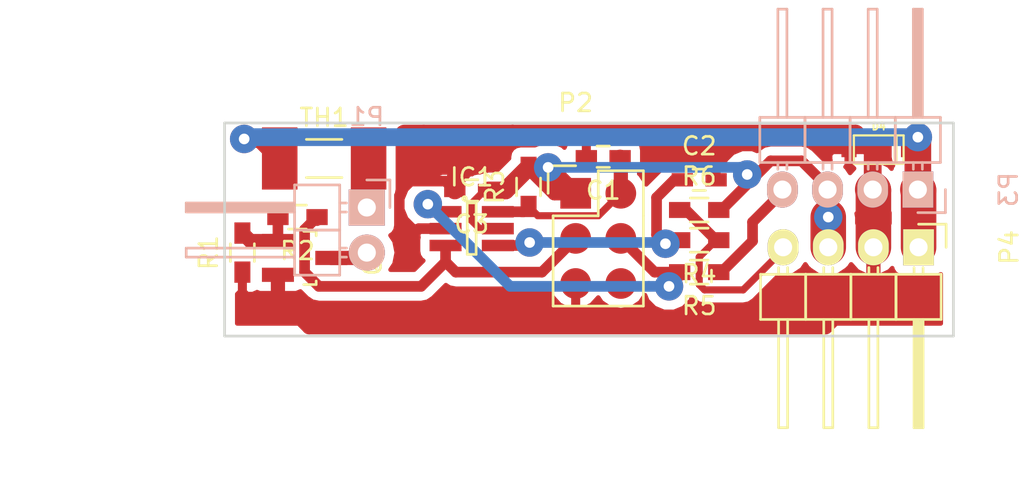
<source format=kicad_pcb>
(kicad_pcb (version 20160815) (host pcbnew 4.1.0-alpha+201608181240+7066~46~ubuntu14.04.1-product)

  (general
    (links 34)
    (no_connects 1)
    (area 87 90.874999 145.2325 121.245001)
    (thickness 1.6)
    (drawings 6)
    (tracks 125)
    (zones 0)
    (modules 17)
    (nets 13)
  )

  (page A4)
  (layers
    (0 F.Cu signal)
    (31 B.Cu signal)
    (32 B.Adhes user)
    (33 F.Adhes user)
    (34 B.Paste user)
    (35 F.Paste user)
    (36 B.SilkS user)
    (37 F.SilkS user)
    (38 B.Mask user)
    (39 F.Mask user hide)
    (40 Dwgs.User user)
    (41 Cmts.User user)
    (42 Eco1.User user)
    (43 Eco2.User user)
    (44 Edge.Cuts user)
    (45 Margin user)
    (46 B.CrtYd user)
    (47 F.CrtYd user)
    (48 B.Fab user)
    (49 F.Fab user)
  )

  (setup
    (last_trace_width 0.6)
    (user_trace_width 0.2)
    (user_trace_width 0.4)
    (user_trace_width 0.6)
    (user_trace_width 0.8)
    (user_trace_width 1)
    (user_trace_width 2)
    (trace_clearance 0.2)
    (zone_clearance 0.508)
    (zone_45_only no)
    (trace_min 0.2)
    (segment_width 0.2)
    (edge_width 0.15)
    (via_size 1.6)
    (via_drill 0.6)
    (via_min_size 0.4)
    (via_min_drill 0.3)
    (user_via 1.6 0.6)
    (uvia_size 0.3)
    (uvia_drill 0.1)
    (uvias_allowed no)
    (uvia_min_size 0.2)
    (uvia_min_drill 0.1)
    (pcb_text_width 0.3)
    (pcb_text_size 1.5 1.5)
    (mod_edge_width 0.15)
    (mod_text_size 1 1)
    (mod_text_width 0.15)
    (pad_size 1.524 1.524)
    (pad_drill 0.762)
    (pad_to_mask_clearance 0.2)
    (aux_axis_origin 0 0)
    (visible_elements FFFEFF7F)
    (pcbplotparams
      (layerselection 0x01000_7fffffff)
      (usegerberextensions false)
      (excludeedgelayer true)
      (linewidth 0.100000)
      (plotframeref false)
      (viasonmask false)
      (mode 1)
      (useauxorigin false)
      (hpglpennumber 1)
      (hpglpenspeed 20)
      (hpglpendiameter 15)
      (psnegative false)
      (psa4output false)
      (plotreference false)
      (plotvalue false)
      (plotinvisibletext false)
      (padsonsilk false)
      (subtractmaskfromsilk false)
      (outputformat 1)
      (mirror false)
      (drillshape 0)
      (scaleselection 1)
      (outputdirectory ./gerbers))
  )

  (net 0 "")
  (net 1 "Net-(C1-Pad1)")
  (net 2 GND)
  (net 3 "Net-(C2-Pad1)")
  (net 4 VCC)
  (net 5 "Net-(IC1-Pad1)")
  (net 6 "Net-(IC1-Pad3)")
  (net 7 VDD)
  (net 8 "Net-(P1-Pad2)")
  (net 9 "Net-(D3-Pad1)")
  (net 10 "Net-(D2-Pad1)")
  (net 11 "Net-(Q1-Pad1)")
  (net 12 "Net-(P1-Pad1)")

  (net_class Default "This is the default net class."
    (clearance 0.2)
    (trace_width 0.8)
    (via_dia 1.6)
    (via_drill 0.6)
    (uvia_dia 0.3)
    (uvia_drill 0.1)
    (diff_pair_gap 0.25)
    (diff_pair_width 0.2)
    (add_net GND)
    (add_net "Net-(C1-Pad1)")
    (add_net "Net-(C2-Pad1)")
    (add_net "Net-(D2-Pad1)")
    (add_net "Net-(D3-Pad1)")
    (add_net "Net-(IC1-Pad1)")
    (add_net "Net-(IC1-Pad3)")
    (add_net "Net-(P1-Pad1)")
    (add_net "Net-(P1-Pad2)")
    (add_net "Net-(Q1-Pad1)")
    (add_net VCC)
    (add_net VDD)
  )

  (module Resistors_SMD:R_1206_HandSoldering (layer F.Cu) (tedit 57B6E00C) (tstamp 57B6DF60)
    (at 105.6 100)
    (descr "Resistor SMD 1206, hand soldering")
    (tags "resistor 1206")
    (path /57B6DF76)
    (attr smd)
    (fp_text reference TH1 (at 0 -2.3) (layer F.SilkS)
      (effects (font (size 1 1) (thickness 0.15)))
    )
    (fp_text value THERMISTOR (at 0 2.3) (layer F.Fab)
      (effects (font (size 1 1) (thickness 0.15)))
    )
    (fp_line (start -3.3 -1.2) (end 3.3 -1.2) (layer F.CrtYd) (width 0.05))
    (fp_line (start -3.3 1.2) (end 3.3 1.2) (layer F.CrtYd) (width 0.05))
    (fp_line (start -3.3 -1.2) (end -3.3 1.2) (layer F.CrtYd) (width 0.05))
    (fp_line (start 3.3 -1.2) (end 3.3 1.2) (layer F.CrtYd) (width 0.05))
    (fp_line (start 1 1.075) (end -1 1.075) (layer F.SilkS) (width 0.15))
    (fp_line (start -1 -1.075) (end 1 -1.075) (layer F.SilkS) (width 0.15))
    (pad 1 smd rect (at -2.5 0) (size 2 3.5) (layers F.Cu F.Paste F.Mask)
      (net 7 VDD))
    (pad 2 smd rect (at 2.5 0) (size 2 3.5) (layers F.Cu F.Paste F.Mask)
      (net 12 "Net-(P1-Pad1)"))
    (model Resistors_SMD.3dshapes/R_1206_HandSoldering.wrl
      (at (xyz 0 0 0))
      (scale (xyz 1 1 1))
      (rotate (xyz 0 0 0))
    )
  )

  (module Capacitors_SMD:C_0603_HandSoldering (layer F.Cu) (tedit 541A9B4D) (tstamp 57B722FE)
    (at 121.3 99.9 180)
    (descr "Capacitor SMD 0603, hand soldering")
    (tags "capacitor 0603")
    (path /57B4D13C)
    (attr smd)
    (fp_text reference C1 (at 0 -1.9 180) (layer F.SilkS)
      (effects (font (size 1 1) (thickness 0.15)))
    )
    (fp_text value C (at 0 1.9 180) (layer F.Fab)
      (effects (font (size 1 1) (thickness 0.15)))
    )
    (fp_line (start -1.85 -0.75) (end 1.85 -0.75) (layer F.CrtYd) (width 0.05))
    (fp_line (start -1.85 0.75) (end 1.85 0.75) (layer F.CrtYd) (width 0.05))
    (fp_line (start -1.85 -0.75) (end -1.85 0.75) (layer F.CrtYd) (width 0.05))
    (fp_line (start 1.85 -0.75) (end 1.85 0.75) (layer F.CrtYd) (width 0.05))
    (fp_line (start -0.35 -0.6) (end 0.35 -0.6) (layer F.SilkS) (width 0.15))
    (fp_line (start 0.35 0.6) (end -0.35 0.6) (layer F.SilkS) (width 0.15))
    (pad 1 smd rect (at -0.95 0 180) (size 1.2 0.75) (layers F.Cu F.Paste F.Mask)
      (net 1 "Net-(C1-Pad1)"))
    (pad 2 smd rect (at 0.95 0 180) (size 1.2 0.75) (layers F.Cu F.Paste F.Mask)
      (net 2 GND))
    (model Capacitors_SMD.3dshapes/C_0603_HandSoldering.wrl
      (at (xyz 0 0 0))
      (scale (xyz 1 1 1))
      (rotate (xyz 0 0 0))
    )
  )

  (module Pin_Headers:Pin_Header_Straight_2x03 (layer F.Cu) (tedit 57B6C181) (tstamp 57B72348)
    (at 119.75 101.96)
    (descr "Through hole pin header")
    (tags "pin header")
    (path /57B4CC28)
    (fp_text reference P2 (at 0 -5.1) (layer F.SilkS)
      (effects (font (size 1 1) (thickness 0.15)))
    )
    (fp_text value TPI (at 0 -3.1) (layer F.Fab)
      (effects (font (size 1 1) (thickness 0.15)))
    )
    (fp_line (start -1.27 1.27) (end -1.27 6.35) (layer F.SilkS) (width 0.15))
    (fp_line (start -1.55 -1.55) (end 0 -1.55) (layer F.SilkS) (width 0.15))
    (fp_line (start -1.75 -1.75) (end -1.75 6.85) (layer F.CrtYd) (width 0.05))
    (fp_line (start 4.3 -1.75) (end 4.3 6.85) (layer F.CrtYd) (width 0.05))
    (fp_line (start -1.75 -1.75) (end 4.3 -1.75) (layer F.CrtYd) (width 0.05))
    (fp_line (start -1.75 6.85) (end 4.3 6.85) (layer F.CrtYd) (width 0.05))
    (fp_line (start 1.27 -1.27) (end 1.27 1.27) (layer F.SilkS) (width 0.15))
    (fp_line (start 1.27 1.27) (end -1.27 1.27) (layer F.SilkS) (width 0.15))
    (fp_line (start -1.27 6.35) (end 3.81 6.35) (layer F.SilkS) (width 0.15))
    (fp_line (start 3.81 6.35) (end 3.81 1.27) (layer F.SilkS) (width 0.15))
    (fp_line (start -1.55 -1.55) (end -1.55 0) (layer F.SilkS) (width 0.15))
    (fp_line (start 3.81 -1.27) (end 1.27 -1.27) (layer F.SilkS) (width 0.15))
    (fp_line (start 3.81 1.27) (end 3.81 -1.27) (layer F.SilkS) (width 0.15))
    (pad 1 smd rect (at 0 0) (size 1.7272 1.7272) (layers F.Cu F.Paste F.Mask)
      (net 4 VCC))
    (pad 2 smd oval (at 2.54 0) (size 1.7272 1.7272) (layers F.Cu F.Paste F.Mask)
      (net 1 "Net-(C1-Pad1)"))
    (pad 3 smd oval (at 0 2.54) (size 1.7272 1.7272) (layers F.Cu F.Paste F.Mask)
      (net 6 "Net-(IC1-Pad3)"))
    (pad 4 smd oval (at 2.54 2.54) (size 1.7272 1.7272) (layers F.Cu F.Paste F.Mask)
      (net 5 "Net-(IC1-Pad1)"))
    (pad 5 smd oval (at 0 5.08) (size 1.7272 1.7272) (layers F.Cu F.Paste F.Mask)
      (net 2 GND))
    (pad 6 smd oval (at 2.54 5.08) (size 1.7272 1.7272) (layers F.Cu F.Paste F.Mask))
  )

  (module Housings_SOT-23_SOT-143_TSOT-6:SOT-23-6 (layer F.Cu) (tedit 57B6B97A) (tstamp 57B72325)
    (at 113.9 103.95)
    (descr "6-pin SOT-23 package")
    (tags SOT-23-6)
    (path /57B4C468)
    (attr smd)
    (fp_text reference IC1 (at 0 -2.9) (layer F.SilkS)
      (effects (font (size 1 1) (thickness 0.15)))
    )
    (fp_text value ATTINY9-TS (at 0 2.9) (layer F.Fab)
      (effects (font (size 1 1) (thickness 0.15)))
    )
    (fp_circle (center -0.4 -1.7) (end -0.3 -1.7) (layer F.SilkS) (width 0.15))
    (fp_line (start 0.25 -1.45) (end -0.25 -1.45) (layer F.SilkS) (width 0.15))
    (fp_line (start 0.25 1.45) (end 0.25 -1.45) (layer F.SilkS) (width 0.15))
    (fp_line (start -0.25 1.45) (end 0.25 1.45) (layer F.SilkS) (width 0.15))
    (fp_line (start -0.25 -1.45) (end -0.25 1.45) (layer F.SilkS) (width 0.15))
    (pad 1 smd rect (at -1.47 -0.95) (size 1.8 0.65) (layers F.Cu F.Paste F.Mask)
      (net 5 "Net-(IC1-Pad1)"))
    (pad 2 smd rect (at -1.47 0) (size 1.8 0.65) (layers F.Cu F.Paste F.Mask)
      (net 2 GND))
    (pad 3 smd rect (at -1.47 0.95) (size 1.8 0.65) (layers F.Cu F.Paste F.Mask)
      (net 6 "Net-(IC1-Pad3)"))
    (pad 4 smd rect (at 1.47 0.95) (size 1.8 0.65) (layers F.Cu F.Paste F.Mask)
      (net 3 "Net-(C2-Pad1)"))
    (pad 6 smd rect (at 1.47 -0.95) (size 1.8 0.65) (layers F.Cu F.Paste F.Mask)
      (net 1 "Net-(C1-Pad1)"))
    (pad 5 smd rect (at 1.47 0) (size 1.8 0.65) (layers F.Cu F.Paste F.Mask)
      (net 4 VCC))
    (model Housings_SOT-23_SOT-143_TSOT-6.3dshapes/SOT-23-6.wrl
      (at (xyz 0 0 0))
      (scale (xyz 1 1 1))
      (rotate (xyz 0 0 0))
    )
  )

  (module Capacitors_SMD:C_0603_HandSoldering (layer F.Cu) (tedit 541A9B4D) (tstamp 57B7230A)
    (at 126.7 101.2)
    (descr "Capacitor SMD 0603, hand soldering")
    (tags "capacitor 0603")
    (path /57B6A87A)
    (attr smd)
    (fp_text reference C2 (at 0 -1.9) (layer F.SilkS)
      (effects (font (size 1 1) (thickness 0.15)))
    )
    (fp_text value C (at 0 1.9) (layer F.Fab)
      (effects (font (size 1 1) (thickness 0.15)))
    )
    (fp_line (start -1.85 -0.75) (end 1.85 -0.75) (layer F.CrtYd) (width 0.05))
    (fp_line (start -1.85 0.75) (end 1.85 0.75) (layer F.CrtYd) (width 0.05))
    (fp_line (start -1.85 -0.75) (end -1.85 0.75) (layer F.CrtYd) (width 0.05))
    (fp_line (start 1.85 -0.75) (end 1.85 0.75) (layer F.CrtYd) (width 0.05))
    (fp_line (start -0.35 -0.6) (end 0.35 -0.6) (layer F.SilkS) (width 0.15))
    (fp_line (start 0.35 0.6) (end -0.35 0.6) (layer F.SilkS) (width 0.15))
    (pad 1 smd rect (at -0.95 0) (size 1.2 0.75) (layers F.Cu F.Paste F.Mask)
      (net 3 "Net-(C2-Pad1)"))
    (pad 2 smd rect (at 0.95 0) (size 1.2 0.75) (layers F.Cu F.Paste F.Mask)
      (net 2 GND))
    (model Capacitors_SMD.3dshapes/C_0603_HandSoldering.wrl
      (at (xyz 0 0 0))
      (scale (xyz 1 1 1))
      (rotate (xyz 0 0 0))
    )
  )

  (module Capacitors_SMD:C_0603_HandSoldering (layer F.Cu) (tedit 541A9B4D) (tstamp 57B72316)
    (at 113.9 101.8 180)
    (descr "Capacitor SMD 0603, hand soldering")
    (tags "capacitor 0603")
    (path /57B4D0D9)
    (attr smd)
    (fp_text reference C3 (at 0 -1.9 180) (layer F.SilkS)
      (effects (font (size 1 1) (thickness 0.15)))
    )
    (fp_text value C (at 0 1.9 180) (layer F.Fab)
      (effects (font (size 1 1) (thickness 0.15)))
    )
    (fp_line (start -1.85 -0.75) (end 1.85 -0.75) (layer F.CrtYd) (width 0.05))
    (fp_line (start -1.85 0.75) (end 1.85 0.75) (layer F.CrtYd) (width 0.05))
    (fp_line (start -1.85 -0.75) (end -1.85 0.75) (layer F.CrtYd) (width 0.05))
    (fp_line (start 1.85 -0.75) (end 1.85 0.75) (layer F.CrtYd) (width 0.05))
    (fp_line (start -0.35 -0.6) (end 0.35 -0.6) (layer F.SilkS) (width 0.15))
    (fp_line (start 0.35 0.6) (end -0.35 0.6) (layer F.SilkS) (width 0.15))
    (pad 1 smd rect (at -0.95 0 180) (size 1.2 0.75) (layers F.Cu F.Paste F.Mask)
      (net 4 VCC))
    (pad 2 smd rect (at 0.95 0 180) (size 1.2 0.75) (layers F.Cu F.Paste F.Mask)
      (net 2 GND))
    (model Capacitors_SMD.3dshapes/C_0603_HandSoldering.wrl
      (at (xyz 0 0 0))
      (scale (xyz 1 1 1))
      (rotate (xyz 0 0 0))
    )
  )

  (module Pin_Headers:Pin_Header_Angled_1x04 (layer B.Cu) (tedit 0) (tstamp 57B7237F)
    (at 139 101.75 90)
    (descr "Through hole pin header")
    (tags "pin header")
    (path /57B5576D)
    (fp_text reference P3 (at 0 5.1 90) (layer B.SilkS)
      (effects (font (size 1 1) (thickness 0.15)) (justify mirror))
    )
    (fp_text value OUTPUT (at 0 3.1 90) (layer B.Fab)
      (effects (font (size 1 1) (thickness 0.15)) (justify mirror))
    )
    (fp_line (start -1.5 1.75) (end -1.5 -9.4) (layer B.CrtYd) (width 0.05))
    (fp_line (start 10.65 1.75) (end 10.65 -9.4) (layer B.CrtYd) (width 0.05))
    (fp_line (start -1.5 1.75) (end 10.65 1.75) (layer B.CrtYd) (width 0.05))
    (fp_line (start -1.5 -9.4) (end 10.65 -9.4) (layer B.CrtYd) (width 0.05))
    (fp_line (start -1.3 1.55) (end -1.3 0) (layer B.SilkS) (width 0.15))
    (fp_line (start 0 1.55) (end -1.3 1.55) (layer B.SilkS) (width 0.15))
    (fp_line (start 4.191 0.127) (end 10.033 0.127) (layer B.SilkS) (width 0.15))
    (fp_line (start 10.033 0.127) (end 10.033 -0.127) (layer B.SilkS) (width 0.15))
    (fp_line (start 10.033 -0.127) (end 4.191 -0.127) (layer B.SilkS) (width 0.15))
    (fp_line (start 4.191 -0.127) (end 4.191 0) (layer B.SilkS) (width 0.15))
    (fp_line (start 4.191 0) (end 10.033 0) (layer B.SilkS) (width 0.15))
    (fp_line (start 1.524 0.254) (end 1.143 0.254) (layer B.SilkS) (width 0.15))
    (fp_line (start 1.524 -0.254) (end 1.143 -0.254) (layer B.SilkS) (width 0.15))
    (fp_line (start 1.524 -2.286) (end 1.143 -2.286) (layer B.SilkS) (width 0.15))
    (fp_line (start 1.524 -2.794) (end 1.143 -2.794) (layer B.SilkS) (width 0.15))
    (fp_line (start 1.524 -4.826) (end 1.143 -4.826) (layer B.SilkS) (width 0.15))
    (fp_line (start 1.524 -5.334) (end 1.143 -5.334) (layer B.SilkS) (width 0.15))
    (fp_line (start 1.524 -7.874) (end 1.143 -7.874) (layer B.SilkS) (width 0.15))
    (fp_line (start 1.524 -7.366) (end 1.143 -7.366) (layer B.SilkS) (width 0.15))
    (fp_line (start 1.524 1.27) (end 4.064 1.27) (layer B.SilkS) (width 0.15))
    (fp_line (start 1.524 -1.27) (end 4.064 -1.27) (layer B.SilkS) (width 0.15))
    (fp_line (start 1.524 -1.27) (end 1.524 -3.81) (layer B.SilkS) (width 0.15))
    (fp_line (start 1.524 -3.81) (end 4.064 -3.81) (layer B.SilkS) (width 0.15))
    (fp_line (start 4.064 -2.286) (end 10.16 -2.286) (layer B.SilkS) (width 0.15))
    (fp_line (start 10.16 -2.286) (end 10.16 -2.794) (layer B.SilkS) (width 0.15))
    (fp_line (start 10.16 -2.794) (end 4.064 -2.794) (layer B.SilkS) (width 0.15))
    (fp_line (start 4.064 -3.81) (end 4.064 -1.27) (layer B.SilkS) (width 0.15))
    (fp_line (start 4.064 -1.27) (end 4.064 1.27) (layer B.SilkS) (width 0.15))
    (fp_line (start 10.16 -0.254) (end 4.064 -0.254) (layer B.SilkS) (width 0.15))
    (fp_line (start 10.16 0.254) (end 10.16 -0.254) (layer B.SilkS) (width 0.15))
    (fp_line (start 4.064 0.254) (end 10.16 0.254) (layer B.SilkS) (width 0.15))
    (fp_line (start 1.524 -1.27) (end 4.064 -1.27) (layer B.SilkS) (width 0.15))
    (fp_line (start 1.524 1.27) (end 1.524 -1.27) (layer B.SilkS) (width 0.15))
    (fp_line (start 1.524 -6.35) (end 4.064 -6.35) (layer B.SilkS) (width 0.15))
    (fp_line (start 1.524 -6.35) (end 1.524 -8.89) (layer B.SilkS) (width 0.15))
    (fp_line (start 1.524 -8.89) (end 4.064 -8.89) (layer B.SilkS) (width 0.15))
    (fp_line (start 4.064 -7.366) (end 10.16 -7.366) (layer B.SilkS) (width 0.15))
    (fp_line (start 10.16 -7.366) (end 10.16 -7.874) (layer B.SilkS) (width 0.15))
    (fp_line (start 10.16 -7.874) (end 4.064 -7.874) (layer B.SilkS) (width 0.15))
    (fp_line (start 4.064 -8.89) (end 4.064 -6.35) (layer B.SilkS) (width 0.15))
    (fp_line (start 4.064 -6.35) (end 4.064 -3.81) (layer B.SilkS) (width 0.15))
    (fp_line (start 10.16 -5.334) (end 4.064 -5.334) (layer B.SilkS) (width 0.15))
    (fp_line (start 10.16 -4.826) (end 10.16 -5.334) (layer B.SilkS) (width 0.15))
    (fp_line (start 4.064 -4.826) (end 10.16 -4.826) (layer B.SilkS) (width 0.15))
    (fp_line (start 1.524 -6.35) (end 4.064 -6.35) (layer B.SilkS) (width 0.15))
    (fp_line (start 1.524 -3.81) (end 1.524 -6.35) (layer B.SilkS) (width 0.15))
    (fp_line (start 1.524 -3.81) (end 4.064 -3.81) (layer B.SilkS) (width 0.15))
    (pad 1 thru_hole rect (at 0 0 90) (size 2.032 1.7272) (drill 1.016) (layers *.Cu *.Mask B.SilkS)
      (net 7 VDD))
    (pad 2 thru_hole oval (at 0 -2.54 90) (size 2.032 1.7272) (drill 1.016) (layers *.Cu *.Mask B.SilkS)
      (net 2 GND))
    (pad 3 thru_hole oval (at 0 -5.08 90) (size 2.032 1.7272) (drill 1.016) (layers *.Cu *.Mask B.SilkS)
      (net 4 VCC))
    (pad 4 thru_hole oval (at 0 -7.62 90) (size 2.032 1.7272) (drill 1.016) (layers *.Cu *.Mask B.SilkS)
      (net 9 "Net-(D3-Pad1)"))
    (model Pin_Headers.3dshapes/Pin_Header_Angled_1x04.wrl
      (at (xyz 0 -0.15 0))
      (scale (xyz 1 1 1))
      (rotate (xyz 0 0 90))
    )
  )

  (module Pin_Headers:Pin_Header_Angled_1x04 (layer F.Cu) (tedit 0) (tstamp 57B723B6)
    (at 139.04 105 270)
    (descr "Through hole pin header")
    (tags "pin header")
    (path /57B555B1)
    (fp_text reference P4 (at 0 -5.1 270) (layer F.SilkS)
      (effects (font (size 1 1) (thickness 0.15)))
    )
    (fp_text value INPUT (at 0 -3.1 270) (layer F.Fab)
      (effects (font (size 1 1) (thickness 0.15)))
    )
    (fp_line (start -1.5 -1.75) (end -1.5 9.4) (layer F.CrtYd) (width 0.05))
    (fp_line (start 10.65 -1.75) (end 10.65 9.4) (layer F.CrtYd) (width 0.05))
    (fp_line (start -1.5 -1.75) (end 10.65 -1.75) (layer F.CrtYd) (width 0.05))
    (fp_line (start -1.5 9.4) (end 10.65 9.4) (layer F.CrtYd) (width 0.05))
    (fp_line (start -1.3 -1.55) (end -1.3 0) (layer F.SilkS) (width 0.15))
    (fp_line (start 0 -1.55) (end -1.3 -1.55) (layer F.SilkS) (width 0.15))
    (fp_line (start 4.191 -0.127) (end 10.033 -0.127) (layer F.SilkS) (width 0.15))
    (fp_line (start 10.033 -0.127) (end 10.033 0.127) (layer F.SilkS) (width 0.15))
    (fp_line (start 10.033 0.127) (end 4.191 0.127) (layer F.SilkS) (width 0.15))
    (fp_line (start 4.191 0.127) (end 4.191 0) (layer F.SilkS) (width 0.15))
    (fp_line (start 4.191 0) (end 10.033 0) (layer F.SilkS) (width 0.15))
    (fp_line (start 1.524 -0.254) (end 1.143 -0.254) (layer F.SilkS) (width 0.15))
    (fp_line (start 1.524 0.254) (end 1.143 0.254) (layer F.SilkS) (width 0.15))
    (fp_line (start 1.524 2.286) (end 1.143 2.286) (layer F.SilkS) (width 0.15))
    (fp_line (start 1.524 2.794) (end 1.143 2.794) (layer F.SilkS) (width 0.15))
    (fp_line (start 1.524 4.826) (end 1.143 4.826) (layer F.SilkS) (width 0.15))
    (fp_line (start 1.524 5.334) (end 1.143 5.334) (layer F.SilkS) (width 0.15))
    (fp_line (start 1.524 7.874) (end 1.143 7.874) (layer F.SilkS) (width 0.15))
    (fp_line (start 1.524 7.366) (end 1.143 7.366) (layer F.SilkS) (width 0.15))
    (fp_line (start 1.524 -1.27) (end 4.064 -1.27) (layer F.SilkS) (width 0.15))
    (fp_line (start 1.524 1.27) (end 4.064 1.27) (layer F.SilkS) (width 0.15))
    (fp_line (start 1.524 1.27) (end 1.524 3.81) (layer F.SilkS) (width 0.15))
    (fp_line (start 1.524 3.81) (end 4.064 3.81) (layer F.SilkS) (width 0.15))
    (fp_line (start 4.064 2.286) (end 10.16 2.286) (layer F.SilkS) (width 0.15))
    (fp_line (start 10.16 2.286) (end 10.16 2.794) (layer F.SilkS) (width 0.15))
    (fp_line (start 10.16 2.794) (end 4.064 2.794) (layer F.SilkS) (width 0.15))
    (fp_line (start 4.064 3.81) (end 4.064 1.27) (layer F.SilkS) (width 0.15))
    (fp_line (start 4.064 1.27) (end 4.064 -1.27) (layer F.SilkS) (width 0.15))
    (fp_line (start 10.16 0.254) (end 4.064 0.254) (layer F.SilkS) (width 0.15))
    (fp_line (start 10.16 -0.254) (end 10.16 0.254) (layer F.SilkS) (width 0.15))
    (fp_line (start 4.064 -0.254) (end 10.16 -0.254) (layer F.SilkS) (width 0.15))
    (fp_line (start 1.524 1.27) (end 4.064 1.27) (layer F.SilkS) (width 0.15))
    (fp_line (start 1.524 -1.27) (end 1.524 1.27) (layer F.SilkS) (width 0.15))
    (fp_line (start 1.524 6.35) (end 4.064 6.35) (layer F.SilkS) (width 0.15))
    (fp_line (start 1.524 6.35) (end 1.524 8.89) (layer F.SilkS) (width 0.15))
    (fp_line (start 1.524 8.89) (end 4.064 8.89) (layer F.SilkS) (width 0.15))
    (fp_line (start 4.064 7.366) (end 10.16 7.366) (layer F.SilkS) (width 0.15))
    (fp_line (start 10.16 7.366) (end 10.16 7.874) (layer F.SilkS) (width 0.15))
    (fp_line (start 10.16 7.874) (end 4.064 7.874) (layer F.SilkS) (width 0.15))
    (fp_line (start 4.064 8.89) (end 4.064 6.35) (layer F.SilkS) (width 0.15))
    (fp_line (start 4.064 6.35) (end 4.064 3.81) (layer F.SilkS) (width 0.15))
    (fp_line (start 10.16 5.334) (end 4.064 5.334) (layer F.SilkS) (width 0.15))
    (fp_line (start 10.16 4.826) (end 10.16 5.334) (layer F.SilkS) (width 0.15))
    (fp_line (start 4.064 4.826) (end 10.16 4.826) (layer F.SilkS) (width 0.15))
    (fp_line (start 1.524 6.35) (end 4.064 6.35) (layer F.SilkS) (width 0.15))
    (fp_line (start 1.524 3.81) (end 1.524 6.35) (layer F.SilkS) (width 0.15))
    (fp_line (start 1.524 3.81) (end 4.064 3.81) (layer F.SilkS) (width 0.15))
    (pad 1 thru_hole rect (at 0 0 270) (size 2.032 1.7272) (drill 1.016) (layers *.Cu *.Mask F.SilkS)
      (net 7 VDD))
    (pad 2 thru_hole oval (at 0 2.54 270) (size 2.032 1.7272) (drill 1.016) (layers *.Cu *.Mask F.SilkS)
      (net 2 GND))
    (pad 3 thru_hole oval (at 0 5.08 270) (size 2.032 1.7272) (drill 1.016) (layers *.Cu *.Mask F.SilkS)
      (net 4 VCC))
    (pad 4 thru_hole oval (at 0 7.62 270) (size 2.032 1.7272) (drill 1.016) (layers *.Cu *.Mask F.SilkS)
      (net 10 "Net-(D2-Pad1)"))
    (model Pin_Headers.3dshapes/Pin_Header_Angled_1x04.wrl
      (at (xyz 0 -0.15 0))
      (scale (xyz 1 1 1))
      (rotate (xyz 0 0 90))
    )
  )

  (module Housings_SOT-23_SOT-143_TSOT-6:SOT-23_Handsoldering (layer F.Cu) (tedit 54E9291B) (tstamp 57B723C1)
    (at 104.50114 105.6 270)
    (descr "SOT-23, Handsoldering")
    (tags SOT-23)
    (path /57B6BEDF)
    (attr smd)
    (fp_text reference Q1 (at 0 -3.81 270) (layer F.SilkS)
      (effects (font (size 1 1) (thickness 0.15)))
    )
    (fp_text value Q_NMOS_GSD (at 0 3.81 270) (layer F.Fab)
      (effects (font (size 1 1) (thickness 0.15)))
    )
    (fp_line (start -1.49982 0.0508) (end -1.49982 -0.65024) (layer F.SilkS) (width 0.15))
    (fp_line (start -1.49982 -0.65024) (end -1.2509 -0.65024) (layer F.SilkS) (width 0.15))
    (fp_line (start 1.29916 -0.65024) (end 1.49982 -0.65024) (layer F.SilkS) (width 0.15))
    (fp_line (start 1.49982 -0.65024) (end 1.49982 0.0508) (layer F.SilkS) (width 0.15))
    (pad 1 smd rect (at -0.95 1.50114 270) (size 0.8001 1.80086) (layers F.Cu F.Paste F.Mask)
      (net 11 "Net-(Q1-Pad1)"))
    (pad 2 smd rect (at 0.95 1.50114 270) (size 0.8001 1.80086) (layers F.Cu F.Paste F.Mask)
      (net 2 GND))
    (pad 3 smd rect (at 0 -1.50114 270) (size 0.8001 1.80086) (layers F.Cu F.Paste F.Mask)
      (net 8 "Net-(P1-Pad2)"))
    (model Housings_SOT-23_SOT-143_TSOT-6.3dshapes/SOT-23_Handsoldering.wrl
      (at (xyz 0 0 0))
      (scale (xyz 1 1 1))
      (rotate (xyz 0 0 0))
    )
  )

  (module Resistors_SMD:R_0603_HandSoldering (layer F.Cu) (tedit 5418A00F) (tstamp 57B723CD)
    (at 101 105.3 90)
    (descr "Resistor SMD 0603, hand soldering")
    (tags "resistor 0603")
    (path /57B6AC0C)
    (attr smd)
    (fp_text reference R1 (at 0 -1.9 90) (layer F.SilkS)
      (effects (font (size 1 1) (thickness 0.15)))
    )
    (fp_text value 10k (at 0 1.9 90) (layer F.Fab)
      (effects (font (size 1 1) (thickness 0.15)))
    )
    (fp_line (start -2 -0.8) (end 2 -0.8) (layer F.CrtYd) (width 0.05))
    (fp_line (start -2 0.8) (end 2 0.8) (layer F.CrtYd) (width 0.05))
    (fp_line (start -2 -0.8) (end -2 0.8) (layer F.CrtYd) (width 0.05))
    (fp_line (start 2 -0.8) (end 2 0.8) (layer F.CrtYd) (width 0.05))
    (fp_line (start 0.5 0.675) (end -0.5 0.675) (layer F.SilkS) (width 0.15))
    (fp_line (start -0.5 -0.675) (end 0.5 -0.675) (layer F.SilkS) (width 0.15))
    (pad 1 smd rect (at -1.1 0 90) (size 1.2 0.9) (layers F.Cu F.Paste F.Mask)
      (net 2 GND))
    (pad 2 smd rect (at 1.1 0 90) (size 1.2 0.9) (layers F.Cu F.Paste F.Mask)
      (net 11 "Net-(Q1-Pad1)"))
    (model Resistors_SMD.3dshapes/R_0603_HandSoldering.wrl
      (at (xyz 0 0 0))
      (scale (xyz 1 1 1))
      (rotate (xyz 0 0 0))
    )
  )

  (module Resistors_SMD:R_0603_HandSoldering (layer F.Cu) (tedit 5418A00F) (tstamp 57B723D9)
    (at 104.1 103.3 180)
    (descr "Resistor SMD 0603, hand soldering")
    (tags "resistor 0603")
    (path /57B4DA0B)
    (attr smd)
    (fp_text reference R2 (at 0 -1.9 180) (layer F.SilkS)
      (effects (font (size 1 1) (thickness 0.15)))
    )
    (fp_text value 330 (at 0 1.9 180) (layer F.Fab)
      (effects (font (size 1 1) (thickness 0.15)))
    )
    (fp_line (start -2 -0.8) (end 2 -0.8) (layer F.CrtYd) (width 0.05))
    (fp_line (start -2 0.8) (end 2 0.8) (layer F.CrtYd) (width 0.05))
    (fp_line (start -2 -0.8) (end -2 0.8) (layer F.CrtYd) (width 0.05))
    (fp_line (start 2 -0.8) (end 2 0.8) (layer F.CrtYd) (width 0.05))
    (fp_line (start 0.5 0.675) (end -0.5 0.675) (layer F.SilkS) (width 0.15))
    (fp_line (start -0.5 -0.675) (end 0.5 -0.675) (layer F.SilkS) (width 0.15))
    (pad 1 smd rect (at -1.1 0 180) (size 1.2 0.9) (layers F.Cu F.Paste F.Mask)
      (net 6 "Net-(IC1-Pad3)"))
    (pad 2 smd rect (at 1.1 0 180) (size 1.2 0.9) (layers F.Cu F.Paste F.Mask)
      (net 11 "Net-(Q1-Pad1)"))
    (model Resistors_SMD.3dshapes/R_0603_HandSoldering.wrl
      (at (xyz 0 0 0))
      (scale (xyz 1 1 1))
      (rotate (xyz 0 0 0))
    )
  )

  (module Resistors_SMD:R_0603_HandSoldering (layer F.Cu) (tedit 5418A00F) (tstamp 57B723E5)
    (at 117.1 101.6 90)
    (descr "Resistor SMD 0603, hand soldering")
    (tags "resistor 0603")
    (path /57B4C8D8)
    (attr smd)
    (fp_text reference R3 (at 0 -1.9 90) (layer F.SilkS)
      (effects (font (size 1 1) (thickness 0.15)))
    )
    (fp_text value 10k (at 0 1.9 90) (layer F.Fab)
      (effects (font (size 1 1) (thickness 0.15)))
    )
    (fp_line (start -2 -0.8) (end 2 -0.8) (layer F.CrtYd) (width 0.05))
    (fp_line (start -2 0.8) (end 2 0.8) (layer F.CrtYd) (width 0.05))
    (fp_line (start -2 -0.8) (end -2 0.8) (layer F.CrtYd) (width 0.05))
    (fp_line (start 2 -0.8) (end 2 0.8) (layer F.CrtYd) (width 0.05))
    (fp_line (start 0.5 0.675) (end -0.5 0.675) (layer F.SilkS) (width 0.15))
    (fp_line (start -0.5 -0.675) (end 0.5 -0.675) (layer F.SilkS) (width 0.15))
    (pad 1 smd rect (at -1.1 0 90) (size 1.2 0.9) (layers F.Cu F.Paste F.Mask)
      (net 1 "Net-(C1-Pad1)"))
    (pad 2 smd rect (at 1.1 0 90) (size 1.2 0.9) (layers F.Cu F.Paste F.Mask)
      (net 4 VCC))
    (model Resistors_SMD.3dshapes/R_0603_HandSoldering.wrl
      (at (xyz 0 0 0))
      (scale (xyz 1 1 1))
      (rotate (xyz 0 0 0))
    )
  )

  (module Resistors_SMD:R_0603_HandSoldering (layer F.Cu) (tedit 5418A00F) (tstamp 57B723F1)
    (at 126.7 104.6 180)
    (descr "Resistor SMD 0603, hand soldering")
    (tags "resistor 0603")
    (path /57B55A28)
    (attr smd)
    (fp_text reference R4 (at 0 -1.9 180) (layer F.SilkS)
      (effects (font (size 1 1) (thickness 0.15)))
    )
    (fp_text value 1k (at 0 1.9 180) (layer F.Fab)
      (effects (font (size 1 1) (thickness 0.15)))
    )
    (fp_line (start -2 -0.8) (end 2 -0.8) (layer F.CrtYd) (width 0.05))
    (fp_line (start -2 0.8) (end 2 0.8) (layer F.CrtYd) (width 0.05))
    (fp_line (start -2 -0.8) (end -2 0.8) (layer F.CrtYd) (width 0.05))
    (fp_line (start 2 -0.8) (end 2 0.8) (layer F.CrtYd) (width 0.05))
    (fp_line (start 0.5 0.675) (end -0.5 0.675) (layer F.SilkS) (width 0.15))
    (fp_line (start -0.5 -0.675) (end 0.5 -0.675) (layer F.SilkS) (width 0.15))
    (pad 1 smd rect (at -1.1 0 180) (size 1.2 0.9) (layers F.Cu F.Paste F.Mask)
      (net 10 "Net-(D2-Pad1)"))
    (pad 2 smd rect (at 1.1 0 180) (size 1.2 0.9) (layers F.Cu F.Paste F.Mask)
      (net 3 "Net-(C2-Pad1)"))
    (model Resistors_SMD.3dshapes/R_0603_HandSoldering.wrl
      (at (xyz 0 0 0))
      (scale (xyz 1 1 1))
      (rotate (xyz 0 0 0))
    )
  )

  (module Resistors_SMD:R_0603_HandSoldering (layer F.Cu) (tedit 5418A00F) (tstamp 57B723FD)
    (at 126.7 106.4 180)
    (descr "Resistor SMD 0603, hand soldering")
    (tags "resistor 0603")
    (path /57B6A2E5)
    (attr smd)
    (fp_text reference R5 (at 0 -1.9 180) (layer F.SilkS)
      (effects (font (size 1 1) (thickness 0.15)))
    )
    (fp_text value 1k (at 0 1.9 180) (layer F.Fab)
      (effects (font (size 1 1) (thickness 0.15)))
    )
    (fp_line (start -2 -0.8) (end 2 -0.8) (layer F.CrtYd) (width 0.05))
    (fp_line (start -2 0.8) (end 2 0.8) (layer F.CrtYd) (width 0.05))
    (fp_line (start -2 -0.8) (end -2 0.8) (layer F.CrtYd) (width 0.05))
    (fp_line (start 2 -0.8) (end 2 0.8) (layer F.CrtYd) (width 0.05))
    (fp_line (start 0.5 0.675) (end -0.5 0.675) (layer F.SilkS) (width 0.15))
    (fp_line (start -0.5 -0.675) (end 0.5 -0.675) (layer F.SilkS) (width 0.15))
    (pad 1 smd rect (at -1.1 0 180) (size 1.2 0.9) (layers F.Cu F.Paste F.Mask)
      (net 9 "Net-(D3-Pad1)"))
    (pad 2 smd rect (at 1.1 0 180) (size 1.2 0.9) (layers F.Cu F.Paste F.Mask)
      (net 5 "Net-(IC1-Pad1)"))
    (model Resistors_SMD.3dshapes/R_0603_HandSoldering.wrl
      (at (xyz 0 0 0))
      (scale (xyz 1 1 1))
      (rotate (xyz 0 0 0))
    )
  )

  (module Resistors_SMD:R_0603_HandSoldering (layer F.Cu) (tedit 5418A00F) (tstamp 57B72409)
    (at 126.7 102.9)
    (descr "Resistor SMD 0603, hand soldering")
    (tags "resistor 0603")
    (path /57B6A648)
    (attr smd)
    (fp_text reference R6 (at 0 -1.9) (layer F.SilkS)
      (effects (font (size 1 1) (thickness 0.15)))
    )
    (fp_text value 10k (at 0 1.9) (layer F.Fab)
      (effects (font (size 1 1) (thickness 0.15)))
    )
    (fp_line (start -2 -0.8) (end 2 -0.8) (layer F.CrtYd) (width 0.05))
    (fp_line (start -2 0.8) (end 2 0.8) (layer F.CrtYd) (width 0.05))
    (fp_line (start -2 -0.8) (end -2 0.8) (layer F.CrtYd) (width 0.05))
    (fp_line (start 2 -0.8) (end 2 0.8) (layer F.CrtYd) (width 0.05))
    (fp_line (start 0.5 0.675) (end -0.5 0.675) (layer F.SilkS) (width 0.15))
    (fp_line (start -0.5 -0.675) (end 0.5 -0.675) (layer F.SilkS) (width 0.15))
    (pad 1 smd rect (at -1.1 0) (size 1.2 0.9) (layers F.Cu F.Paste F.Mask)
      (net 10 "Net-(D2-Pad1)"))
    (pad 2 smd rect (at 1.1 0) (size 1.2 0.9) (layers F.Cu F.Paste F.Mask)
      (net 4 VCC))
    (model Resistors_SMD.3dshapes/R_0603_HandSoldering.wrl
      (at (xyz 0 0 0))
      (scale (xyz 1 1 1))
      (rotate (xyz 0 0 0))
    )
  )

  (module Pin_Headers:Pin_Header_Angled_1x02 (layer B.Cu) (tedit 0) (tstamp 57B72334)
    (at 108 102.76 180)
    (descr "Through hole pin header")
    (tags "pin header")
    (path /57B6AB4C)
    (fp_text reference P1 (at 0 5.1 180) (layer B.SilkS)
      (effects (font (size 1 1) (thickness 0.15)) (justify mirror))
    )
    (fp_text value CONN_01X02 (at 0 3.1 180) (layer B.Fab)
      (effects (font (size 1 1) (thickness 0.15)) (justify mirror))
    )
    (fp_line (start -1.5 1.75) (end -1.5 -4.3) (layer B.CrtYd) (width 0.05))
    (fp_line (start 10.65 1.75) (end 10.65 -4.3) (layer B.CrtYd) (width 0.05))
    (fp_line (start -1.5 1.75) (end 10.65 1.75) (layer B.CrtYd) (width 0.05))
    (fp_line (start -1.5 -4.3) (end 10.65 -4.3) (layer B.CrtYd) (width 0.05))
    (fp_line (start -1.3 1.55) (end -1.3 0) (layer B.SilkS) (width 0.15))
    (fp_line (start 0 1.55) (end -1.3 1.55) (layer B.SilkS) (width 0.15))
    (fp_line (start 4.191 0.127) (end 10.033 0.127) (layer B.SilkS) (width 0.15))
    (fp_line (start 10.033 0.127) (end 10.033 -0.127) (layer B.SilkS) (width 0.15))
    (fp_line (start 10.033 -0.127) (end 4.191 -0.127) (layer B.SilkS) (width 0.15))
    (fp_line (start 4.191 -0.127) (end 4.191 0) (layer B.SilkS) (width 0.15))
    (fp_line (start 4.191 0) (end 10.033 0) (layer B.SilkS) (width 0.15))
    (fp_line (start 1.524 0.254) (end 1.143 0.254) (layer B.SilkS) (width 0.15))
    (fp_line (start 1.524 -0.254) (end 1.143 -0.254) (layer B.SilkS) (width 0.15))
    (fp_line (start 1.524 -2.286) (end 1.143 -2.286) (layer B.SilkS) (width 0.15))
    (fp_line (start 1.524 -2.794) (end 1.143 -2.794) (layer B.SilkS) (width 0.15))
    (fp_line (start 1.524 1.27) (end 4.064 1.27) (layer B.SilkS) (width 0.15))
    (fp_line (start 1.524 -1.27) (end 4.064 -1.27) (layer B.SilkS) (width 0.15))
    (fp_line (start 1.524 -1.27) (end 1.524 -3.81) (layer B.SilkS) (width 0.15))
    (fp_line (start 1.524 -3.81) (end 4.064 -3.81) (layer B.SilkS) (width 0.15))
    (fp_line (start 4.064 -2.286) (end 10.16 -2.286) (layer B.SilkS) (width 0.15))
    (fp_line (start 10.16 -2.286) (end 10.16 -2.794) (layer B.SilkS) (width 0.15))
    (fp_line (start 10.16 -2.794) (end 4.064 -2.794) (layer B.SilkS) (width 0.15))
    (fp_line (start 4.064 -3.81) (end 4.064 -1.27) (layer B.SilkS) (width 0.15))
    (fp_line (start 4.064 -1.27) (end 4.064 1.27) (layer B.SilkS) (width 0.15))
    (fp_line (start 10.16 -0.254) (end 4.064 -0.254) (layer B.SilkS) (width 0.15))
    (fp_line (start 10.16 0.254) (end 10.16 -0.254) (layer B.SilkS) (width 0.15))
    (fp_line (start 4.064 0.254) (end 10.16 0.254) (layer B.SilkS) (width 0.15))
    (fp_line (start 1.524 -1.27) (end 4.064 -1.27) (layer B.SilkS) (width 0.15))
    (fp_line (start 1.524 1.27) (end 1.524 -1.27) (layer B.SilkS) (width 0.15))
    (pad 1 thru_hole rect (at 0 0 180) (size 2.032 2.032) (drill 1.016) (layers *.Cu *.Mask B.SilkS)
      (net 12 "Net-(P1-Pad1)"))
    (pad 2 thru_hole oval (at 0 -2.54 180) (size 2.032 2.032) (drill 1.016) (layers *.Cu *.Mask B.SilkS)
      (net 8 "Net-(P1-Pad2)"))
    (model Pin_Headers.3dshapes/Pin_Header_Angled_1x02.wrl
      (at (xyz 0 -0.05 0))
      (scale (xyz 1 1 1))
      (rotate (xyz 0 0 90))
    )
  )

  (module w_smd_diode:sod123 (layer F.Cu) (tedit 0) (tstamp 57B6F5E3)
    (at 136.8 99.5)
    (descr SOD123)
    (path /57B6F283)
    (fp_text reference D4 (at 0 -1.30048) (layer F.SilkS)
      (effects (font (size 0.4 0.4) (thickness 0.1)))
    )
    (fp_text value TRANSIL (at 0 1.19888) (layer F.SilkS) hide
      (effects (font (size 0.4 0.4) (thickness 0.1)))
    )
    (fp_line (start 0.89916 0.8001) (end 0.89916 -0.8001) (layer F.SilkS) (width 0.127))
    (fp_line (start 1.00076 -0.8001) (end 1.00076 0.8001) (layer F.SilkS) (width 0.127))
    (fp_line (start -1.39954 -0.8001) (end 1.39954 -0.8001) (layer F.SilkS) (width 0.127))
    (fp_line (start 1.39954 -0.8001) (end 1.39954 0.8001) (layer F.SilkS) (width 0.127))
    (fp_line (start 1.39954 0.8001) (end -1.39954 0.8001) (layer F.SilkS) (width 0.127))
    (fp_line (start -1.39954 0.8001) (end -1.39954 -0.8001) (layer F.SilkS) (width 0.127))
    (pad 2 smd rect (at 1.67386 0) (size 0.8509 0.8509) (layers F.Cu F.Paste F.Mask)
      (net 7 VDD))
    (pad 1 smd rect (at -1.67386 0) (size 0.8509 0.8509) (layers F.Cu F.Paste F.Mask)
      (net 2 GND))
    (model walter/smd_diode/sod123.wrl
      (at (xyz 0 0 0))
      (scale (xyz 1 1 1))
      (rotate (xyz 0 0 0))
    )
  )

  (dimension 41 (width 0.3) (layer Cmts.User)
    (gr_text "41,000 mm" (at 120.5 119.85) (layer Cmts.User)
      (effects (font (size 1.5 1.5) (thickness 0.3)))
    )
    (feature1 (pts (xy 141 110) (xy 141 121.2)))
    (feature2 (pts (xy 100 110) (xy 100 121.2)))
    (crossbar (pts (xy 100 118.5) (xy 141 118.5)))
    (arrow1a (pts (xy 141 118.5) (xy 139.873496 119.086421)))
    (arrow1b (pts (xy 141 118.5) (xy 139.873496 117.913579)))
    (arrow2a (pts (xy 100 118.5) (xy 101.126504 119.086421)))
    (arrow2b (pts (xy 100 118.5) (xy 101.126504 117.913579)))
  )
  (dimension 12 (width 0.3) (layer Cmts.User)
    (gr_text "12,000 mm" (at 93.65 104 90) (layer Cmts.User)
      (effects (font (size 1.5 1.5) (thickness 0.3)))
    )
    (feature1 (pts (xy 100 98) (xy 92.3 98)))
    (feature2 (pts (xy 100 110) (xy 92.3 110)))
    (crossbar (pts (xy 95 110) (xy 95 98)))
    (arrow1a (pts (xy 95 98) (xy 95.586421 99.126504)))
    (arrow1b (pts (xy 95 98) (xy 94.413579 99.126504)))
    (arrow2a (pts (xy 95 110) (xy 95.586421 108.873496)))
    (arrow2b (pts (xy 95 110) (xy 94.413579 108.873496)))
  )
  (gr_line (start 141 98) (end 100 98) (layer Edge.Cuts) (width 0.15))
  (gr_line (start 141 110) (end 141 98) (layer Edge.Cuts) (width 0.15))
  (gr_line (start 100 110) (end 141 110) (layer Edge.Cuts) (width 0.15))
  (gr_line (start 100 98) (end 100 110) (layer Edge.Cuts) (width 0.15))

  (segment (start 122.29 101.96) (end 121.026399 103.223601) (width 0.4) (layer F.Cu) (net 1))
  (segment (start 121.026399 103.223601) (end 117.623601 103.223601) (width 0.4) (layer F.Cu) (net 1))
  (segment (start 117.623601 103.223601) (end 117.1 102.7) (width 0.4) (layer F.Cu) (net 1))
  (segment (start 122.29 101.96) (end 122.191458 101.96) (width 0.4) (layer F.Cu) (net 1))
  (segment (start 117.1 102.8) (end 117.1 102.7) (width 0.4) (layer F.Cu) (net 1))
  (segment (start 122.29 101.96) (end 122.29 99.94) (width 0.8) (layer F.Cu) (net 1))
  (segment (start 122.29 99.94) (end 122.25 99.9) (width 0.8) (layer F.Cu) (net 1))
  (segment (start 115.37 103) (end 116.8 103) (width 0.6) (layer F.Cu) (net 1))
  (segment (start 116.8 103) (end 117.1 102.7) (width 0.6) (layer F.Cu) (net 1))
  (segment (start 135.5 98.6) (end 136.46 99.56) (width 1) (layer F.Cu) (net 2))
  (segment (start 136.46 99.56) (end 136.46 101.75) (width 1) (layer F.Cu) (net 2))
  (segment (start 116.2 98.6) (end 135.5 98.6) (width 1) (layer F.Cu) (net 2))
  (segment (start 111.2 98.6) (end 110.1 98.6) (width 1) (layer F.Cu) (net 2))
  (segment (start 116.2 98.6) (end 111.2 98.6) (width 1) (layer F.Cu) (net 2))
  (segment (start 115.4 99.4) (end 116.2 98.6) (width 1) (layer F.Cu) (net 2))
  (segment (start 114.74884 99.4) (end 115.4 99.4) (width 1) (layer F.Cu) (net 2))
  (segment (start 112.95 101.8) (end 112.422607 101.272607) (width 0.6) (layer F.Cu) (net 2))
  (segment (start 112.422607 101.272607) (end 110.527393 101.272607) (width 0.6) (layer F.Cu) (net 2))
  (segment (start 112.95 101.8) (end 112.95 101.19884) (width 1) (layer F.Cu) (net 2))
  (segment (start 112.95 101.19884) (end 114.74884 99.4) (width 1) (layer F.Cu) (net 2))
  (segment (start 136.5 105) (end 136.5 106.816) (width 0.8) (layer F.Cu) (net 2))
  (segment (start 136.5 106.816) (end 133.816 109.5) (width 0.8) (layer F.Cu) (net 2))
  (segment (start 133.816 109.5) (end 104.74995 109.5) (width 0.8) (layer F.Cu) (net 2))
  (segment (start 103 107.75005) (end 103 106.55) (width 0.8) (layer F.Cu) (net 2))
  (segment (start 104.74995 109.5) (end 103 107.75005) (width 0.8) (layer F.Cu) (net 2))
  (segment (start 136.5 105) (end 136.5 101.79) (width 2) (layer F.Cu) (net 2))
  (segment (start 136.5 101.79) (end 136.46 101.75) (width 2) (layer F.Cu) (net 2))
  (segment (start 110.88 104) (end 110.4 104) (width 0.6) (layer F.Cu) (net 2))
  (segment (start 112.43 103.95) (end 110.93 103.95) (width 0.6) (layer F.Cu) (net 2))
  (segment (start 110.93 103.95) (end 110.88 104) (width 0.6) (layer F.Cu) (net 2))
  (segment (start 117.160098 104.730773) (end 124.730775 104.730773) (width 0.6) (layer B.Cu) (net 3))
  (segment (start 124.730775 104.730773) (end 124.8 104.799998) (width 0.6) (layer B.Cu) (net 3))
  (segment (start 115.37 104.9) (end 116.990871 104.9) (width 0.6) (layer F.Cu) (net 3))
  (segment (start 116.990871 104.9) (end 117.160098 104.730773) (width 0.6) (layer F.Cu) (net 3))
  (via (at 117.160098 104.730773) (size 1.6) (drill 0.6) (layers F.Cu B.Cu) (net 3))
  (segment (start 124.8 104.799998) (end 124.3 104.299998) (width 0.6) (layer F.Cu) (net 3))
  (segment (start 124.3 104.299998) (end 124.3 102.2) (width 0.6) (layer F.Cu) (net 3))
  (segment (start 124.3 102.2) (end 125.3 101.2) (width 0.6) (layer F.Cu) (net 3))
  (segment (start 125.3 101.2) (end 125.75 101.2) (width 0.6) (layer F.Cu) (net 3))
  (segment (start 124.8 104.4) (end 124.8 104.799998) (width 0.6) (layer F.Cu) (net 3))
  (segment (start 124.8 104.7) (end 124.8 104.799998) (width 0.6) (layer F.Cu) (net 3))
  (segment (start 124.9 104.6) (end 124.8 104.7) (width 0.6) (layer F.Cu) (net 3))
  (segment (start 125.6 104.6) (end 124.9 104.6) (width 0.6) (layer F.Cu) (net 3))
  (via (at 124.8 104.799998) (size 1.6) (drill 0.6) (layers F.Cu B.Cu) (net 3))
  (segment (start 127.95 102.9) (end 130.4 100.45) (width 0.6) (layer F.Cu) (net 4))
  (segment (start 130.4 100.45) (end 130.716 100.134) (width 0.6) (layer F.Cu) (net 4))
  (segment (start 129.4 100.9) (end 129.95 100.9) (width 0.6) (layer F.Cu) (net 4))
  (segment (start 129.95 100.9) (end 130.4 100.45) (width 0.6) (layer F.Cu) (net 4))
  (segment (start 114.85 101.8) (end 115.8 101.8) (width 1) (layer F.Cu) (net 4))
  (segment (start 115.8 101.8) (end 117.1 100.5) (width 1) (layer F.Cu) (net 4))
  (segment (start 117.1 100.5) (end 118.2 100.5) (width 1) (layer F.Cu) (net 4))
  (segment (start 119.75 101.96) (end 119.66 101.96) (width 1) (layer F.Cu) (net 4))
  (segment (start 119.66 101.96) (end 118.2 100.5) (width 1) (layer F.Cu) (net 4))
  (segment (start 118.2 100.5) (end 129 100.5) (width 0.6) (layer B.Cu) (net 4))
  (segment (start 129 100.5) (end 129.4 100.9) (width 0.6) (layer B.Cu) (net 4))
  (via (at 129.4 100.9) (size 1.6) (drill 0.6) (layers F.Cu B.Cu) (net 4))
  (via (at 118.2 100.5) (size 1.6) (drill 0.6) (layers F.Cu B.Cu) (net 4))
  (segment (start 115.37 103.95) (end 114.35 103.95) (width 0.4) (layer F.Cu) (net 4))
  (segment (start 114.35 103.95) (end 113.9 103.5) (width 0.4) (layer F.Cu) (net 4))
  (segment (start 113.9 102.525) (end 114.625 101.8) (width 0.4) (layer F.Cu) (net 4))
  (segment (start 113.9 103.5) (end 113.9 102.525) (width 0.4) (layer F.Cu) (net 4))
  (segment (start 114.625 101.8) (end 114.85 101.8) (width 0.4) (layer F.Cu) (net 4))
  (segment (start 119.75 101.96) (end 118.56 101.96) (width 0.8) (layer F.Cu) (net 4))
  (segment (start 118.56 101.96) (end 117.1 100.5) (width 0.8) (layer F.Cu) (net 4))
  (segment (start 132.4564 100.134) (end 133.92 101.5976) (width 0.6) (layer F.Cu) (net 4))
  (segment (start 133.92 101.5976) (end 133.92 101.75) (width 0.6) (layer F.Cu) (net 4))
  (segment (start 130.716 100.134) (end 132.4564 100.134) (width 0.6) (layer F.Cu) (net 4))
  (segment (start 133.92 103.26) (end 133.96 103.3) (width 0.6) (layer F.Cu) (net 4))
  (segment (start 133.92 101.75) (end 133.92 103.26) (width 0.6) (layer F.Cu) (net 4))
  (via (at 133.96 103.3) (size 1.6) (drill 0.6) (layers F.Cu B.Cu) (net 4))
  (segment (start 133.96 105) (end 133.96 103.3) (width 2) (layer F.Cu) (net 4))
  (segment (start 127.8 102.9) (end 127.95 102.9) (width 0.6) (layer F.Cu) (net 4))
  (segment (start 123.86863 107.2) (end 125 107.2) (width 0.6) (layer B.Cu) (net 5))
  (segment (start 116.059835 107.2) (end 123.86863 107.2) (width 0.6) (layer B.Cu) (net 5))
  (segment (start 111.432443 102.572608) (end 116.059835 107.2) (width 0.6) (layer B.Cu) (net 5))
  (segment (start 125.6 106.4) (end 125.6 106.6) (width 0.6) (layer F.Cu) (net 5))
  (segment (start 125.6 106.6) (end 125 107.2) (width 0.6) (layer F.Cu) (net 5))
  (via (at 125 107.2) (size 1.6) (drill 0.6) (layers F.Cu B.Cu) (net 5))
  (segment (start 112.43 103) (end 111.859835 103) (width 0.6) (layer F.Cu) (net 5))
  (segment (start 111.859835 103) (end 111.432443 102.572608) (width 0.6) (layer F.Cu) (net 5))
  (via (at 111.432443 102.572608) (size 1.6) (drill 0.6) (layers F.Cu B.Cu) (net 5))
  (segment (start 122.29 104.5) (end 124.19 106.4) (width 0.6) (layer F.Cu) (net 5))
  (segment (start 124.19 106.4) (end 125.6 106.4) (width 0.6) (layer F.Cu) (net 5))
  (segment (start 105.3 107.2) (end 111.055 107.2) (width 0.6) (layer F.Cu) (net 6))
  (segment (start 111.055 107.2) (end 112.43 105.825) (width 0.6) (layer F.Cu) (net 6))
  (segment (start 119.75 104.5) (end 117.85 106.4) (width 0.6) (layer F.Cu) (net 6))
  (segment (start 117.85 106.4) (end 113.005 106.4) (width 0.6) (layer F.Cu) (net 6))
  (segment (start 113.005 106.4) (end 112.43 105.825) (width 0.6) (layer F.Cu) (net 6))
  (segment (start 112.43 105.825) (end 112.43 104.9) (width 0.6) (layer F.Cu) (net 6))
  (segment (start 105.3 107.2) (end 104.5 106.4) (width 0.6) (layer F.Cu) (net 6))
  (segment (start 104.5 106.4) (end 104.5 104) (width 0.6) (layer F.Cu) (net 6))
  (segment (start 104.5 104) (end 105.2 103.3) (width 0.6) (layer F.Cu) (net 6))
  (segment (start 105.2 103.5) (end 105.2 103.3) (width 0.6) (layer F.Cu) (net 6))
  (segment (start 138.47386 99.5) (end 138.47386 99.32614) (width 0.6) (layer F.Cu) (net 7))
  (segment (start 138.47386 99.32614) (end 139 98.8) (width 0.6) (layer F.Cu) (net 7))
  (segment (start 101.1 98.9) (end 102 98.9) (width 1) (layer F.Cu) (net 7))
  (segment (start 102 98.9) (end 103.1 100) (width 1) (layer F.Cu) (net 7))
  (segment (start 101.2 98.8) (end 101.1 98.9) (width 1) (layer B.Cu) (net 7))
  (segment (start 139 98.8) (end 101.2 98.8) (width 1) (layer B.Cu) (net 7))
  (via (at 101.1 98.9) (size 1.6) (drill 0.6) (layers F.Cu B.Cu) (net 7))
  (segment (start 139 101.75) (end 139 98.8) (width 1.5) (layer F.Cu) (net 7))
  (via (at 139 98.8) (size 1.6) (drill 0.6) (layers F.Cu B.Cu) (net 7))
  (segment (start 139.04 105) (end 139.04 101.79) (width 2) (layer F.Cu) (net 7))
  (segment (start 139.04 101.79) (end 139 101.75) (width 2) (layer F.Cu) (net 7))
  (segment (start 106.00228 105.6) (end 107.7 105.6) (width 0.8) (layer F.Cu) (net 8))
  (segment (start 107.7 105.6) (end 108 105.3) (width 0.8) (layer F.Cu) (net 8))
  (segment (start 129.7 103.5824) (end 131.38 101.9024) (width 0.6) (layer F.Cu) (net 9))
  (segment (start 131.38 101.9024) (end 131.38 101.75) (width 0.6) (layer F.Cu) (net 9))
  (segment (start 129.7 104.65) (end 129.7 103.5824) (width 0.6) (layer F.Cu) (net 9))
  (segment (start 127.8 106.4) (end 127.95 106.4) (width 0.6) (layer F.Cu) (net 9))
  (segment (start 127.95 106.4) (end 129.7 104.65) (width 0.6) (layer F.Cu) (net 9))
  (segment (start 127 107.4) (end 129.1724 107.4) (width 0.4) (layer F.Cu) (net 10))
  (segment (start 129.1724 107.4) (end 131.42 105.1524) (width 0.4) (layer F.Cu) (net 10))
  (segment (start 131.42 105.1524) (end 131.42 105) (width 0.4) (layer F.Cu) (net 10))
  (segment (start 126.7 107.1) (end 127 107.4) (width 0.4) (layer F.Cu) (net 10))
  (segment (start 126.7 105.55) (end 126.7 107.1) (width 0.4) (layer F.Cu) (net 10))
  (segment (start 127.65 104.6) (end 126.7 105.55) (width 0.4) (layer F.Cu) (net 10))
  (segment (start 125.6 102.9) (end 125.95 102.9) (width 0.6) (layer F.Cu) (net 10))
  (segment (start 125.95 102.9) (end 127.65 104.6) (width 0.6) (layer F.Cu) (net 10))
  (segment (start 127.65 104.6) (end 127.8 104.6) (width 0.6) (layer F.Cu) (net 10))
  (segment (start 103 104.65) (end 103 103.3) (width 0.6) (layer F.Cu) (net 11))
  (segment (start 103 104.65) (end 101.45 104.65) (width 0.8) (layer F.Cu) (net 11))
  (segment (start 101.45 104.65) (end 101 104.2) (width 0.8) (layer F.Cu) (net 11))
  (segment (start 108 102.76) (end 108 100.1) (width 1) (layer F.Cu) (net 12))
  (segment (start 108 100.1) (end 108.1 100) (width 1) (layer F.Cu) (net 12))

  (zone (net 2) (net_name GND) (layer F.Cu) (tstamp 0) (hatch edge 0.508)
    (connect_pads (clearance 0.508))
    (min_thickness 0.254)
    (fill yes (arc_segments 16) (thermal_gap 0.508) (thermal_bridge_width 0.508))
    (polygon
      (pts
        (xy 100 98) (xy 100 110) (xy 141 110) (xy 141 98)
      )
    )
    (filled_polygon
      (pts
        (xy 134.162363 98.714851) (xy 134.06569 98.94824) (xy 134.06569 99.21425) (xy 134.22444 99.373) (xy 134.99914 99.373)
        (xy 134.99914 99.353) (xy 135.25314 99.353) (xy 135.25314 99.373) (xy 136.02784 99.373) (xy 136.18659 99.21425)
        (xy 136.18659 98.94824) (xy 136.089917 98.714851) (xy 136.085066 98.71) (xy 137.528287 98.71) (xy 137.450253 98.826785)
        (xy 137.40097 99.07455) (xy 137.40097 99.92545) (xy 137.450253 100.173215) (xy 137.590601 100.383259) (xy 137.601973 100.390857)
        (xy 137.538243 100.486235) (xy 137.520306 100.57641) (xy 137.362036 100.399268) (xy 136.834791 100.145291) (xy 136.819026 100.142642)
        (xy 136.587 100.263783) (xy 136.587 101.623) (xy 136.607 101.623) (xy 136.607 101.877) (xy 136.587 101.877)
        (xy 136.587 103.236217) (xy 136.819026 103.357358) (xy 136.834791 103.354709) (xy 137.362036 103.100732) (xy 137.405 103.052645)
        (xy 137.405 103.652585) (xy 137.402036 103.649268) (xy 136.874791 103.395291) (xy 136.859026 103.392642) (xy 136.627 103.513783)
        (xy 136.627 104.873) (xy 136.647 104.873) (xy 136.647 105.127) (xy 136.627 105.127) (xy 136.627 106.486217)
        (xy 136.859026 106.607358) (xy 136.874791 106.604709) (xy 137.402036 106.350732) (xy 137.560306 106.17359) (xy 137.578243 106.263765)
        (xy 137.718591 106.473809) (xy 137.928635 106.614157) (xy 138.1764 106.66344) (xy 139.9036 106.66344) (xy 140.151365 106.614157)
        (xy 140.29 106.521523) (xy 140.29 109.29) (xy 100.71 109.29) (xy 100.71 107.635) (xy 100.71425 107.635)
        (xy 100.873 107.47625) (xy 100.873 106.527) (xy 100.853 106.527) (xy 100.853 106.273) (xy 100.873 106.273)
        (xy 100.873 106.253) (xy 101.127 106.253) (xy 101.127 106.273) (xy 101.147 106.273) (xy 101.147 106.527)
        (xy 101.127 106.527) (xy 101.127 107.47625) (xy 101.28575 107.635) (xy 101.57631 107.635) (xy 101.809699 107.538327)
        (xy 101.824567 107.523459) (xy 101.97326 107.58505) (xy 102.71425 107.58505) (xy 102.873 107.4263) (xy 102.873 106.677)
        (xy 102.853 106.677) (xy 102.853 106.423) (xy 102.873 106.423) (xy 102.873 106.403) (xy 103.127 106.403)
        (xy 103.127 106.423) (xy 103.147 106.423) (xy 103.147 106.677) (xy 103.127 106.677) (xy 103.127 107.4263)
        (xy 103.28575 107.58505) (xy 104.02674 107.58505) (xy 104.260129 107.488377) (xy 104.263108 107.485398) (xy 104.638855 107.861145)
        (xy 104.942191 108.063827) (xy 105.3 108.135) (xy 111.055 108.135) (xy 111.412809 108.063827) (xy 111.716145 107.861145)
        (xy 112.447135 107.130155) (xy 112.647191 107.263827) (xy 113.005 107.335) (xy 117.85 107.335) (xy 118.207809 107.263827)
        (xy 118.352718 107.167002) (xy 118.416182 107.167002) (xy 118.295042 107.399026) (xy 118.467312 107.814947) (xy 118.86151 108.246821)
        (xy 119.390973 108.494968) (xy 119.623 108.374469) (xy 119.623 107.167) (xy 119.603 107.167) (xy 119.603 106.913)
        (xy 119.623 106.913) (xy 119.623 106.893) (xy 119.877 106.893) (xy 119.877 106.913) (xy 119.897 106.913)
        (xy 119.897 107.167) (xy 119.877 107.167) (xy 119.877 108.374469) (xy 120.109027 108.494968) (xy 120.63849 108.246821)
        (xy 121.020008 107.828839) (xy 121.200971 108.09967) (xy 121.687152 108.424526) (xy 122.260641 108.5386) (xy 122.319359 108.5386)
        (xy 122.892848 108.424526) (xy 123.379029 108.09967) (xy 123.650927 107.692746) (xy 123.782757 108.0118) (xy 124.186077 108.415824)
        (xy 124.713309 108.63475) (xy 125.284187 108.635248) (xy 125.8118 108.417243) (xy 126.215824 108.013923) (xy 126.279561 107.860429)
        (xy 126.409566 107.990434) (xy 126.680459 108.171439) (xy 127 108.235) (xy 129.1724 108.235) (xy 129.491941 108.171439)
        (xy 129.762834 107.990434) (xy 131.128004 106.625264) (xy 131.42 106.683345) (xy 131.993489 106.569271) (xy 132.47967 106.244415)
        (xy 132.671274 105.95766) (xy 132.80388 106.15612) (xy 132.871541 106.20133) (xy 132.90033 106.244415) (xy 133.386511 106.569271)
        (xy 133.96 106.683345) (xy 134.533489 106.569271) (xy 135.01967 106.244415) (xy 135.048459 106.20133) (xy 135.11612 106.15612)
        (xy 135.247889 105.958914) (xy 135.597964 106.350732) (xy 136.125209 106.604709) (xy 136.140974 106.607358) (xy 136.373 106.486217)
        (xy 136.373 105.127) (xy 136.353 105.127) (xy 136.353 104.873) (xy 136.373 104.873) (xy 136.373 103.513783)
        (xy 136.140974 103.392642) (xy 136.125209 103.395291) (xy 135.597964 103.649268) (xy 135.595 103.652585) (xy 135.595 103.3)
        (xy 135.554618 103.096987) (xy 135.557964 103.100732) (xy 136.085209 103.354709) (xy 136.100974 103.357358) (xy 136.333 103.236217)
        (xy 136.333 101.877) (xy 136.313 101.877) (xy 136.313 101.623) (xy 136.333 101.623) (xy 136.333 100.263783)
        (xy 136.140416 100.163235) (xy 136.18659 100.05176) (xy 136.18659 99.78575) (xy 136.02784 99.627) (xy 135.25314 99.627)
        (xy 135.25314 100.4017) (xy 135.41189 100.56045) (xy 135.413954 100.56045) (xy 135.186461 100.815069) (xy 134.97967 100.505585)
        (xy 134.929067 100.471773) (xy 134.99914 100.4017) (xy 134.99914 99.627) (xy 134.22444 99.627) (xy 134.06569 99.78575)
        (xy 134.06569 100.05176) (xy 134.085495 100.099574) (xy 133.92 100.066655) (xy 133.745963 100.101273) (xy 133.117545 99.472855)
        (xy 132.814209 99.270173) (xy 132.4564 99.199) (xy 130.716 99.199) (xy 130.358191 99.270173) (xy 130.054855 99.472855)
        (xy 130.054853 99.472858) (xy 129.952208 99.575502) (xy 129.686691 99.46525) (xy 129.115813 99.464752) (xy 128.5882 99.682757)
        (xy 128.184176 100.086077) (xy 128.141023 100.19) (xy 127.93575 100.19) (xy 127.777 100.34875) (xy 127.777 101.073)
        (xy 127.797 101.073) (xy 127.797 101.327) (xy 127.777 101.327) (xy 127.777 101.347) (xy 127.523 101.347)
        (xy 127.523 101.327) (xy 127.503 101.327) (xy 127.503 101.073) (xy 127.523 101.073) (xy 127.523 100.34875)
        (xy 127.36425 100.19) (xy 126.923691 100.19) (xy 126.690302 100.286673) (xy 126.689102 100.287873) (xy 126.597765 100.226843)
        (xy 126.35 100.17756) (xy 125.15 100.17756) (xy 124.902235 100.226843) (xy 124.692191 100.367191) (xy 124.551843 100.577235)
        (xy 124.539768 100.637942) (xy 123.718371 101.459339) (xy 123.703885 101.386511) (xy 123.379029 100.90033) (xy 123.325 100.864229)
        (xy 123.325 100.707081) (xy 123.448157 100.522765) (xy 123.49744 100.275) (xy 123.49744 99.525) (xy 123.448157 99.277235)
        (xy 123.307809 99.067191) (xy 123.097765 98.926843) (xy 122.85 98.87756) (xy 122.313147 98.87756) (xy 122.25 98.864999)
        (xy 122.186853 98.87756) (xy 121.65 98.87756) (xy 121.402235 98.926843) (xy 121.310898 98.987873) (xy 121.309698 98.986673)
        (xy 121.076309 98.89) (xy 120.63575 98.89) (xy 120.477 99.04875) (xy 120.477 99.773) (xy 120.497 99.773)
        (xy 120.497 100.027) (xy 120.477 100.027) (xy 120.477 100.047) (xy 120.223 100.047) (xy 120.223 100.027)
        (xy 120.203 100.027) (xy 120.203 99.773) (xy 120.223 99.773) (xy 120.223 99.04875) (xy 120.06425 98.89)
        (xy 119.623691 98.89) (xy 119.390302 98.986673) (xy 119.211673 99.165301) (xy 119.118882 99.389318) (xy 119.013923 99.284176)
        (xy 118.486691 99.06525) (xy 117.915813 99.064752) (xy 117.461282 99.25256) (xy 116.65 99.25256) (xy 116.402235 99.301843)
        (xy 116.192191 99.442191) (xy 116.051843 99.652235) (xy 116.00256 99.9) (xy 116.00256 99.992308) (xy 115.329868 100.665)
        (xy 114.85 100.665) (xy 114.415654 100.751397) (xy 114.376498 100.77756) (xy 114.25 100.77756) (xy 114.002235 100.826843)
        (xy 113.910898 100.887873) (xy 113.909698 100.886673) (xy 113.676309 100.79) (xy 113.23575 100.79) (xy 113.077 100.94875)
        (xy 113.077 101.673) (xy 113.097 101.673) (xy 113.097 101.927) (xy 113.077 101.927) (xy 113.077 101.947)
        (xy 112.823 101.947) (xy 112.823 101.927) (xy 112.803 101.927) (xy 112.803 101.673) (xy 112.823 101.673)
        (xy 112.823 100.94875) (xy 112.66425 100.79) (xy 112.223691 100.79) (xy 111.990302 100.886673) (xy 111.811673 101.065301)
        (xy 111.772449 101.159996) (xy 111.719134 101.137858) (xy 111.148256 101.13736) (xy 110.620643 101.355365) (xy 110.216619 101.758685)
        (xy 109.997693 102.285917) (xy 109.997195 102.856795) (xy 110.2152 103.384408) (xy 110.61852 103.788432) (xy 111.145752 104.007358)
        (xy 111.236448 104.007437) (xy 111.132341 104.077) (xy 111.05375 104.077) (xy 110.895 104.23575) (xy 110.895 104.40131)
        (xy 110.909936 104.437369) (xy 110.88256 104.575) (xy 110.88256 105.225) (xy 110.931843 105.472765) (xy 111.072191 105.682809)
        (xy 111.17872 105.75399) (xy 110.66771 106.265) (xy 109.335039 106.265) (xy 109.55767 105.93181) (xy 109.683345 105.3)
        (xy 109.55767 104.66819) (xy 109.331128 104.329146) (xy 109.473809 104.233809) (xy 109.614157 104.023765) (xy 109.66344 103.776)
        (xy 109.66344 102.049722) (xy 109.698157 101.997765) (xy 109.74744 101.75) (xy 109.74744 98.71) (xy 134.167214 98.71)
      )
    )
  )
)

</source>
